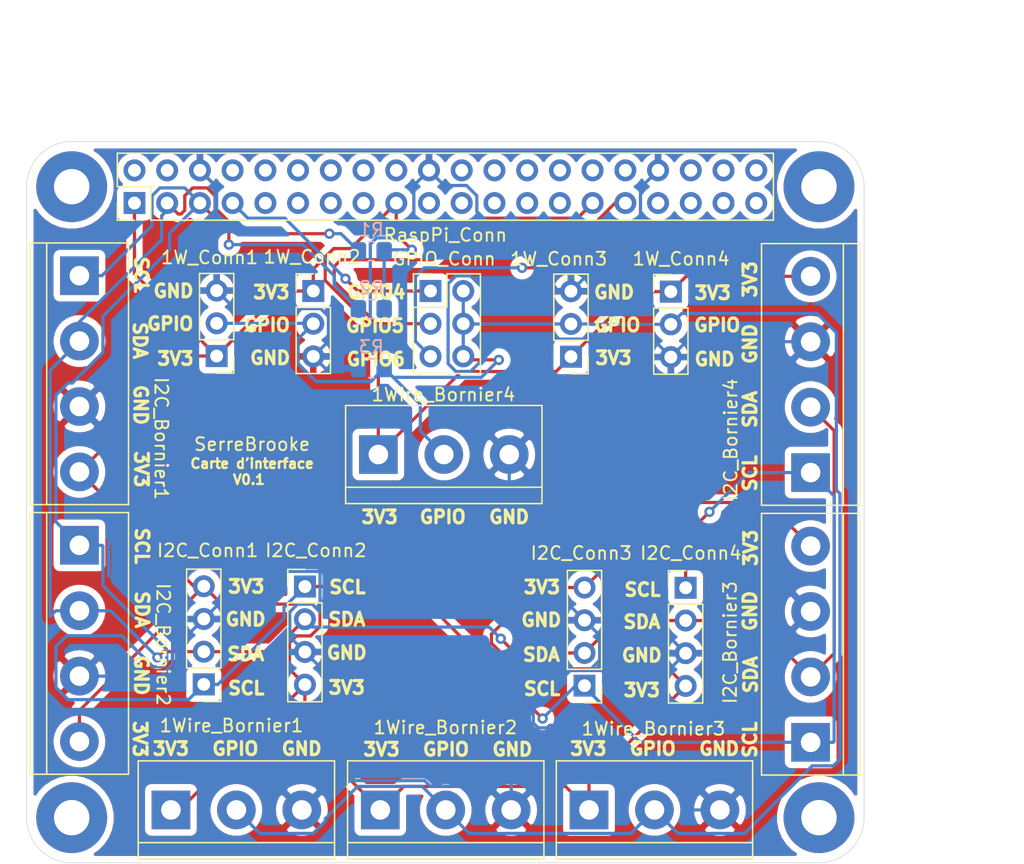
<source format=kicad_pcb>
(kicad_pcb (version 20171130) (host pcbnew "(5.1.10)-1")
  (layers (0 F.Cu signal) (31 B.Cu signal) (34 B.Paste user) (35 F.Paste user) (36 B.SilkS user) (37 F.SilkS user) (38 B.Mask user) (39 F.Mask user) (44 Edge.Cuts user))
  (net 0 "")
  (net 1 /3V3)
  (net 2 /SDA)
  (net 3 /SCL)
  (net 4 /GND)
  (net 5 /GPIO4)
  (net 6 /GPIO5)
  (net 7 /GPIO6)
  (net 8 /GPIO)
  (net 9 "Net-(J10-Pad2)")
  (net 10 "Net-(J10-Pad4)")
  (net 11 "Net-(J10-Pad8)")
  (net 12 "Net-(J10-Pad9)")
  (net 13 "Net-(J10-Pad10)")
  (net 14 "Net-(J10-Pad11)")
  (net 15 "Net-(J10-Pad12)")
  (net 16 "Net-(J10-Pad13)")
  (net 17 "Net-(J10-Pad14)")
  (net 18 "Net-(J10-Pad15)")
  (net 19 "Net-(J10-Pad16)")
  (net 20 "Net-(J10-Pad18)")
  (net 21 "Net-(J10-Pad19)")
  (net 22 "Net-(J10-Pad21)")
  (net 23 "Net-(J10-Pad22)")
  (net 24 "Net-(J10-Pad23)")
  (net 25 "Net-(J10-Pad24)")
  (net 26 "Net-(J10-Pad25)")
  (net 27 "Net-(J10-Pad26)")
  (net 28 "Net-(J10-Pad27)")
  (net 29 "Net-(J10-Pad28)")
  (net 30 "Net-(J10-Pad30)")
  (net 31 "Net-(J10-Pad32)")
  (net 32 "Net-(J10-Pad33)")
  (net 33 "Net-(J10-Pad35)")
  (net 34 "Net-(J10-Pad36)")
  (net 35 "Net-(J10-Pad37)")
  (net 36 "Net-(J10-Pad38)")
  (net 37 "Net-(J10-Pad39)")
  (net 38 "Net-(J10-Pad40)")
  (module Connector_PinHeader_2.54mm:PinHeader_1x03_P2.54mm_Vertical (layer F.Cu) (at 159.5 83.65)
    (fp_text reference 1W_Conn4 (at 0.8 -2.55) (layer F.SilkS))
    (fp_text value Conn_01x03)
    (pad 3 thru_hole oval (at 0 5.08) (size 1.7 1.7) (drill 1) (layers *.Cu *.Mask) (net 4 /GND))
    (pad 2 thru_hole oval (at 0 2.54) (size 1.7 1.7) (drill 1) (layers *.Cu *.Mask) (net 8 /GPIO))
    (pad 1 thru_hole rect (at 0 0) (size 1.7 1.7) (drill 1) (layers *.Cu *.Mask) (net 1 /3V3))
  )
  (module Connector_PinHeader_2.54mm:PinHeader_1x03_P2.54mm_Vertical (layer F.Cu) (at 151.75 88.7 180)
    (fp_text reference 1W_Conn3 (at 0.95 7.6) (layer F.SilkS))
    (fp_text value Conn_01x03)
    (pad 3 thru_hole oval (at 0 5.08 180) (size 1.7 1.7) (drill 1) (layers *.Cu *.Mask) (net 4 /GND))
    (pad 2 thru_hole oval (at 0 2.54 180) (size 1.7 1.7) (drill 1) (layers *.Cu *.Mask) (net 8 /GPIO))
    (pad 1 thru_hole rect (at 0 0 180) (size 1.7 1.7) (drill 1) (layers *.Cu *.Mask) (net 1 /3V3))
  )
  (module Connector_PinHeader_2.54mm:PinHeader_1x03_P2.54mm_Vertical (layer F.Cu) (at 131.75 83.6)
    (fp_text reference 1W_Conn2 (at -0.1 -2.65) (layer F.SilkS))
    (fp_text value Conn_01x03)
    (pad 3 thru_hole oval (at 0 5.08) (size 1.7 1.7) (drill 1) (layers *.Cu *.Mask) (net 4 /GND))
    (pad 2 thru_hole oval (at 0 2.54) (size 1.7 1.7) (drill 1) (layers *.Cu *.Mask) (net 8 /GPIO))
    (pad 1 thru_hole rect (at 0 0) (size 1.7 1.7) (drill 1) (layers *.Cu *.Mask) (net 1 /3V3))
  )
  (module Connector_PinHeader_2.54mm:PinHeader_1x03_P2.54mm_Vertical (layer F.Cu) (at 124.25 88.65 180)
    (fp_text reference 1W_Conn1 (at 0.55 7.65) (layer F.SilkS))
    (fp_text value Conn_01x03)
    (pad 3 thru_hole oval (at 0 5.08 180) (size 1.7 1.7) (drill 1) (layers *.Cu *.Mask) (net 4 /GND))
    (pad 2 thru_hole oval (at 0 2.54 180) (size 1.7 1.7) (drill 1) (layers *.Cu *.Mask) (net 8 /GPIO))
    (pad 1 thru_hole rect (at 0 0 180) (size 1.7 1.7) (drill 1) (layers *.Cu *.Mask) (net 1 /3V3))
  )
  (module TerminalBlock:TerminalBlock_bornier-3_P5.08mm (layer F.Cu) (at 136.95 123.9)
    (fp_text reference 1Wire_Bornier2 (at 5.05 -6.4) (layer F.SilkS))
    (fp_text value Screw_Terminal_01x03)
    (pad 3 thru_hole circle (at 10.16 0) (size 3 3) (drill 1.52) (layers *.Cu *.Mask) (net 4 /GND))
    (pad 2 thru_hole circle (at 5.08 0) (size 3 3) (drill 1.52) (layers *.Cu *.Mask) (net 8 /GPIO))
    (pad 1 thru_hole rect (at 0 0) (size 3 3) (drill 1.52) (layers *.Cu *.Mask) (net 1 /3V3))
  )
  (module TerminalBlock:TerminalBlock_bornier-3_P5.08mm (layer F.Cu) (at 136.8 96.3)
    (fp_text reference 1Wire_Bornier4 (at 5.05 -4.65) (layer F.SilkS))
    (fp_text value Screw_Terminal_01x03)
    (pad 3 thru_hole circle (at 10.16 0) (size 3 3) (drill 1.52) (layers *.Cu *.Mask) (net 4 /GND))
    (pad 2 thru_hole circle (at 5.08 0) (size 3 3) (drill 1.52) (layers *.Cu *.Mask) (net 8 /GPIO))
    (pad 1 thru_hole rect (at 0 0) (size 3 3) (drill 1.52) (layers *.Cu *.Mask) (net 1 /3V3))
  )
  (module TerminalBlock:TerminalBlock_bornier-3_P5.08mm (layer F.Cu) (at 153.15 123.9)
    (fp_text reference 1Wire_Bornier3 (at 5 -6.3) (layer F.SilkS))
    (fp_text value Screw_Terminal_01x03)
    (pad 3 thru_hole circle (at 10.16 0) (size 3 3) (drill 1.52) (layers *.Cu *.Mask) (net 4 /GND))
    (pad 2 thru_hole circle (at 5.08 0) (size 3 3) (drill 1.52) (layers *.Cu *.Mask) (net 8 /GPIO))
    (pad 1 thru_hole rect (at 0 0) (size 3 3) (drill 1.52) (layers *.Cu *.Mask) (net 1 /3V3))
  )
  (module TerminalBlock:TerminalBlock_bornier-3_P5.08mm (layer F.Cu) (at 120.7 123.9)
    (fp_text reference 1Wire_Bornier1 (at 4.7 -6.55) (layer F.SilkS))
    (fp_text value Screw_Terminal_01x03)
    (pad 3 thru_hole circle (at 10.16 0) (size 3 3) (drill 1.52) (layers *.Cu *.Mask) (net 4 /GND))
    (pad 2 thru_hole circle (at 5.08 0) (size 3 3) (drill 1.52) (layers *.Cu *.Mask) (net 8 /GPIO))
    (pad 1 thru_hole rect (at 0 0) (size 3 3) (drill 1.52) (layers *.Cu *.Mask) (net 1 /3V3))
  )
  (module TerminalBlock:TerminalBlock_bornier-4_P5.08mm (layer F.Cu) (at 170.35 97.7 90)
    (fp_text reference I2C_Bornier4 (at 2.55 -6.2 270) (layer F.SilkS))
    (fp_text value Screw_Terminal_01x04)
    (pad 4 thru_hole circle (at 15.24 0 90) (size 3 3) (drill 1.52) (layers *.Cu *.Mask) (net 1 /3V3))
    (pad 1 thru_hole rect (at 0 0 90) (size 3 3) (drill 1.52) (layers *.Cu *.Mask) (net 3 /SCL))
    (pad 3 thru_hole circle (at 10.16 0 90) (size 3 3) (drill 1.52) (layers *.Cu *.Mask) (net 4 /GND))
    (pad 2 thru_hole circle (at 5.08 0 90) (size 3 3) (drill 1.52) (layers *.Cu *.Mask) (net 2 /SDA))
  )
  (module TerminalBlock:TerminalBlock_bornier-4_P5.08mm (layer F.Cu) (at 170.35 118.65 90)
    (fp_text reference I2C_Bornier3 (at 7.75 -6.25 270) (layer F.SilkS))
    (fp_text value Screw_Terminal_01x04)
    (pad 4 thru_hole circle (at 15.24 0 90) (size 3 3) (drill 1.52) (layers *.Cu *.Mask) (net 1 /3V3))
    (pad 1 thru_hole rect (at 0 0 90) (size 3 3) (drill 1.52) (layers *.Cu *.Mask) (net 3 /SCL))
    (pad 3 thru_hole circle (at 10.16 0 90) (size 3 3) (drill 1.52) (layers *.Cu *.Mask) (net 4 /GND))
    (pad 2 thru_hole circle (at 5.08 0 90) (size 3 3) (drill 1.52) (layers *.Cu *.Mask) (net 2 /SDA))
  )
  (module TerminalBlock:TerminalBlock_bornier-4_P5.08mm (layer F.Cu) (at 113.6 103.35 270)
    (fp_text reference I2C_Bornier2 (at 7.7 -6.5 270 unlocked) (layer F.SilkS))
    (fp_text value Screw_Terminal_01x04)
    (pad 4 thru_hole circle (at 15.24 0 270) (size 3 3) (drill 1.52) (layers *.Cu *.Mask) (net 1 /3V3))
    (pad 1 thru_hole rect (at 0 0 270) (size 3 3) (drill 1.52) (layers *.Cu *.Mask) (net 3 /SCL))
    (pad 3 thru_hole circle (at 10.16 0 270) (size 3 3) (drill 1.52) (layers *.Cu *.Mask) (net 4 /GND))
    (pad 2 thru_hole circle (at 5.08 0 270) (size 3 3) (drill 1.52) (layers *.Cu *.Mask) (net 2 /SDA))
  )
  (module TerminalBlock:TerminalBlock_bornier-4_P5.08mm (layer F.Cu) (at 113.6 82.41 270)
    (fp_text reference I2C_Bornier1 (at 12.64 -6.35 270 unlocked) (layer F.SilkS))
    (fp_text value Screw_Terminal_01x04)
    (pad 4 thru_hole circle (at 15.24 0 270) (size 3 3) (drill 1.52) (layers *.Cu *.Mask) (net 1 /3V3))
    (pad 1 thru_hole rect (at 0 0 270) (size 3 3) (drill 1.52) (layers *.Cu *.Mask) (net 3 /SCL))
    (pad 3 thru_hole circle (at 10.16 0 270) (size 3 3) (drill 1.52) (layers *.Cu *.Mask) (net 4 /GND))
    (pad 2 thru_hole circle (at 5.08 0 270) (size 3 3) (drill 1.52) (layers *.Cu *.Mask) (net 2 /SDA))
  )
  (module Connector_PinHeader_2.54mm:PinHeader_2x20_P2.54mm_Vertical (layer F.Cu) (at 142 75.5 90)
    (fp_text reference RaspPi_Conn (at -3.75 0) (layer F.SilkS))
    (fp_text value Raspberry_Pi_2_3)
    (pad 1 thru_hole rect (at -1.27 -24.13 90) (size 1.7 1.7) (drill 1) (layers *.Cu *.Mask) (net 1 /3V3))
    (pad 2 thru_hole oval (at 1.27 -24.13 90) (size 1.7 1.7) (drill 1) (layers *.Cu *.Mask) (net 9 "Net-(J10-Pad2)"))
    (pad 3 thru_hole oval (at -1.27 -21.59 90) (size 1.7 1.7) (drill 1) (layers *.Cu *.Mask) (net 2 /SDA))
    (pad 4 thru_hole oval (at 1.27 -21.59 90) (size 1.7 1.7) (drill 1) (layers *.Cu *.Mask) (net 10 "Net-(J10-Pad4)"))
    (pad 5 thru_hole oval (at -1.27 -19.05 90) (size 1.7 1.7) (drill 1) (layers *.Cu *.Mask) (net 3 /SCL))
    (pad 6 thru_hole oval (at 1.27 -19.05 90) (size 1.7 1.7) (drill 1) (layers *.Cu *.Mask) (net 4 /GND))
    (pad 7 thru_hole oval (at -1.27 -16.51 90) (size 1.7 1.7) (drill 1) (layers *.Cu *.Mask) (net 5 /GPIO4))
    (pad 8 thru_hole oval (at 1.27 -16.51 90) (size 1.7 1.7) (drill 1) (layers *.Cu *.Mask) (net 11 "Net-(J10-Pad8)"))
    (pad 9 thru_hole oval (at -1.27 -13.97 90) (size 1.7 1.7) (drill 1) (layers *.Cu *.Mask) (net 12 "Net-(J10-Pad9)"))
    (pad 10 thru_hole oval (at 1.27 -13.97 90) (size 1.7 1.7) (drill 1) (layers *.Cu *.Mask) (net 13 "Net-(J10-Pad10)"))
    (pad 11 thru_hole oval (at -1.27 -11.43 90) (size 1.7 1.7) (drill 1) (layers *.Cu *.Mask) (net 14 "Net-(J10-Pad11)"))
    (pad 12 thru_hole oval (at 1.27 -11.43 90) (size 1.7 1.7) (drill 1) (layers *.Cu *.Mask) (net 15 "Net-(J10-Pad12)"))
    (pad 13 thru_hole oval (at -1.27 -8.89 90) (size 1.7 1.7) (drill 1) (layers *.Cu *.Mask) (net 16 "Net-(J10-Pad13)"))
    (pad 14 thru_hole oval (at 1.27 -8.89 90) (size 1.7 1.7) (drill 1) (layers *.Cu *.Mask) (net 17 "Net-(J10-Pad14)"))
    (pad 15 thru_hole oval (at -1.27 -6.35 90) (size 1.7 1.7) (drill 1) (layers *.Cu *.Mask) (net 18 "Net-(J10-Pad15)"))
    (pad 16 thru_hole oval (at 1.27 -6.35 90) (size 1.7 1.7) (drill 1) (layers *.Cu *.Mask) (net 19 "Net-(J10-Pad16)"))
    (pad 17 thru_hole oval (at -1.27 -3.81 90) (size 1.7 1.7) (drill 1) (layers *.Cu *.Mask) (net 1 /3V3))
    (pad 18 thru_hole oval (at 1.27 -3.81 90) (size 1.7 1.7) (drill 1) (layers *.Cu *.Mask) (net 20 "Net-(J10-Pad18)"))
    (pad 19 thru_hole oval (at -1.27 -1.27 90) (size 1.7 1.7) (drill 1) (layers *.Cu *.Mask) (net 21 "Net-(J10-Pad19)"))
    (pad 20 thru_hole oval (at 1.27 -1.27 90) (size 1.7 1.7) (drill 1) (layers *.Cu *.Mask) (net 4 /GND))
    (pad 21 thru_hole oval (at -1.27 1.27 90) (size 1.7 1.7) (drill 1) (layers *.Cu *.Mask) (net 22 "Net-(J10-Pad21)"))
    (pad 22 thru_hole oval (at 1.27 1.27 90) (size 1.7 1.7) (drill 1) (layers *.Cu *.Mask) (net 23 "Net-(J10-Pad22)"))
    (pad 23 thru_hole oval (at -1.27 3.81 90) (size 1.7 1.7) (drill 1) (layers *.Cu *.Mask) (net 24 "Net-(J10-Pad23)"))
    (pad 24 thru_hole oval (at 1.27 3.81 90) (size 1.7 1.7) (drill 1) (layers *.Cu *.Mask) (net 25 "Net-(J10-Pad24)"))
    (pad 25 thru_hole oval (at -1.27 6.35 90) (size 1.7 1.7) (drill 1) (layers *.Cu *.Mask) (net 26 "Net-(J10-Pad25)"))
    (pad 26 thru_hole oval (at 1.27 6.35 90) (size 1.7 1.7) (drill 1) (layers *.Cu *.Mask) (net 27 "Net-(J10-Pad26)"))
    (pad 27 thru_hole oval (at -1.27 8.89 90) (size 1.7 1.7) (drill 1) (layers *.Cu *.Mask) (net 28 "Net-(J10-Pad27)"))
    (pad 28 thru_hole oval (at 1.27 8.89 90) (size 1.7 1.7) (drill 1) (layers *.Cu *.Mask) (net 29 "Net-(J10-Pad28)"))
    (pad 29 thru_hole oval (at -1.27 11.43 90) (size 1.7 1.7) (drill 1) (layers *.Cu *.Mask) (net 6 /GPIO5))
    (pad 30 thru_hole oval (at 1.27 11.43 90) (size 1.7 1.7) (drill 1) (layers *.Cu *.Mask) (net 30 "Net-(J10-Pad30)"))
    (pad 31 thru_hole oval (at -1.27 13.97 90) (size 1.7 1.7) (drill 1) (layers *.Cu *.Mask) (net 7 /GPIO6))
    (pad 32 thru_hole oval (at 1.27 13.97 90) (size 1.7 1.7) (drill 1) (layers *.Cu *.Mask) (net 31 "Net-(J10-Pad32)"))
    (pad 33 thru_hole oval (at -1.27 16.51 90) (size 1.7 1.7) (drill 1) (layers *.Cu *.Mask) (net 32 "Net-(J10-Pad33)"))
    (pad 34 thru_hole oval (at 1.27 16.51 90) (size 1.7 1.7) (drill 1) (layers *.Cu *.Mask) (net 4 /GND))
    (pad 35 thru_hole oval (at -1.27 19.05 90) (size 1.7 1.7) (drill 1) (layers *.Cu *.Mask) (net 33 "Net-(J10-Pad35)"))
    (pad 36 thru_hole oval (at 1.27 19.05 90) (size 1.7 1.7) (drill 1) (layers *.Cu *.Mask) (net 34 "Net-(J10-Pad36)"))
    (pad 37 thru_hole oval (at -1.27 21.59 90) (size 1.7 1.7) (drill 1) (layers *.Cu *.Mask) (net 35 "Net-(J10-Pad37)"))
    (pad 38 thru_hole oval (at 1.27 21.59 90) (size 1.7 1.7) (drill 1) (layers *.Cu *.Mask) (net 36 "Net-(J10-Pad38)"))
    (pad 39 thru_hole oval (at -1.27 24.13 90) (size 1.7 1.7) (drill 1) (layers *.Cu *.Mask) (net 37 "Net-(J10-Pad39)"))
    (pad 40 thru_hole oval (at 1.27 24.13 90) (size 1.7 1.7) (drill 1) (layers *.Cu *.Mask) (net 38 "Net-(J10-Pad40)"))
  )
  (module Connector_PinHeader_2.54mm:PinHeader_2x03_P2.54mm_Vertical (layer F.Cu) (at 140.85 83.6)
    (fp_text reference GPIO_Conn (at 1.05 -2.5) (layer F.SilkS))
    (fp_text value Conn_GPIO)
    (pad 1 thru_hole rect (at 0 0) (size 1.7 1.7) (drill 1) (layers *.Cu *.Mask) (net 5 /GPIO4))
    (pad 2 thru_hole oval (at 2.54 0) (size 1.7 1.7) (drill 1) (layers *.Cu *.Mask) (net 8 /GPIO))
    (pad 3 thru_hole oval (at 0 2.54) (size 1.7 1.7) (drill 1) (layers *.Cu *.Mask) (net 6 /GPIO5))
    (pad 4 thru_hole oval (at 2.54 2.54) (size 1.7 1.7) (drill 1) (layers *.Cu *.Mask) (net 8 /GPIO))
    (pad 5 thru_hole oval (at 0 5.08) (size 1.7 1.7) (drill 1) (layers *.Cu *.Mask) (net 7 /GPIO6))
    (pad 6 thru_hole oval (at 2.54 5.08) (size 1.7 1.7) (drill 1) (layers *.Cu *.Mask) (net 8 /GPIO))
  )
  (module Connector_PinHeader_2.54mm:PinHeader_1x04_P2.54mm_Vertical (layer F.Cu) (at 123.25 114.15 180)
    (fp_text reference I2C_Conn1 (at -0.3 10.4) (layer F.SilkS))
    (fp_text value Conn_01x04)
    (pad 1 thru_hole rect (at 0 0 180) (size 1.7 1.7) (drill 1) (layers *.Cu *.Mask) (net 3 /SCL))
    (pad 2 thru_hole oval (at 0 2.54 180) (size 1.7 1.7) (drill 1) (layers *.Cu *.Mask) (net 2 /SDA))
    (pad 3 thru_hole oval (at 0 5.08 180) (size 1.7 1.7) (drill 1) (layers *.Cu *.Mask) (net 4 /GND))
    (pad 4 thru_hole oval (at 0 7.62 180) (size 1.7 1.7) (drill 1) (layers *.Cu *.Mask) (net 1 /3V3))
  )
  (module Connector_PinHeader_2.54mm:PinHeader_1x04_P2.54mm_Vertical (layer F.Cu) (at 131.1 106.55)
    (fp_text reference I2C_Conn2 (at 0.85 -2.8) (layer F.SilkS))
    (fp_text value Conn_01x04)
    (pad 1 thru_hole rect (at 0 0) (size 1.7 1.7) (drill 1) (layers *.Cu *.Mask) (net 3 /SCL))
    (pad 2 thru_hole oval (at 0 2.54) (size 1.7 1.7) (drill 1) (layers *.Cu *.Mask) (net 2 /SDA))
    (pad 3 thru_hole oval (at 0 5.08) (size 1.7 1.7) (drill 1) (layers *.Cu *.Mask) (net 4 /GND))
    (pad 4 thru_hole oval (at 0 7.62) (size 1.7 1.7) (drill 1) (layers *.Cu *.Mask) (net 1 /3V3))
  )
  (module Connector_PinHeader_2.54mm:PinHeader_1x04_P2.54mm_Vertical (layer F.Cu) (at 152.8 114.25 180)
    (fp_text reference I2C_Conn3 (at 0.25 10.3) (layer F.SilkS))
    (fp_text value Conn_01x04)
    (pad 4 thru_hole oval (at 0 7.62 180) (size 1.7 1.7) (drill 1) (layers *.Cu *.Mask) (net 1 /3V3))
    (pad 3 thru_hole oval (at 0 5.08 180) (size 1.7 1.7) (drill 1) (layers *.Cu *.Mask) (net 4 /GND))
    (pad 2 thru_hole oval (at 0 2.54 180) (size 1.7 1.7) (drill 1) (layers *.Cu *.Mask) (net 2 /SDA))
    (pad 1 thru_hole rect (at 0 0 180) (size 1.7 1.7) (drill 1) (layers *.Cu *.Mask) (net 3 /SCL))
  )
  (module Connector_PinHeader_2.54mm:PinHeader_1x04_P2.54mm_Vertical (layer F.Cu) (at 160.65 106.65)
    (fp_text reference I2C_Conn4 (at 0.4 -2.7) (layer F.SilkS))
    (fp_text value Conn_01x04)
    (pad 4 thru_hole oval (at 0 7.62) (size 1.7 1.7) (drill 1) (layers *.Cu *.Mask) (net 1 /3V3))
    (pad 3 thru_hole oval (at 0 5.08) (size 1.7 1.7) (drill 1) (layers *.Cu *.Mask) (net 4 /GND))
    (pad 2 thru_hole oval (at 0 2.54) (size 1.7 1.7) (drill 1) (layers *.Cu *.Mask) (net 2 /SDA))
    (pad 1 thru_hole rect (at 0 0) (size 1.7 1.7) (drill 1) (layers *.Cu *.Mask) (net 3 /SCL))
  )
  (module Resistor_SMD:R_0805_2012Metric_Pad1.20x1.40mm_HandSolder (layer B.Cu) (at 136.25 80.5 180)
    (fp_text reference R1 (at 0 1.65) (layer B.SilkS) (effects (justify mirror)))
    (fp_text value 4.7k)
    (pad 1 smd roundrect (at -1 0 180) (size 1.2 1.4) (layers B.Cu B.Paste B.Mask) (roundrect_rratio 0.2083325) (net 1 /3V3))
    (pad 2 smd roundrect (at 1 0 180) (size 1.2 1.4) (layers B.Cu B.Paste B.Mask) (roundrect_rratio 0.2083325) (net 2 /SDA))
  )
  (module Resistor_SMD:R_0805_2012Metric_Pad1.20x1.40mm_HandSolder (layer B.Cu) (at 136.25 85 180)
    (fp_text reference R2 (at 0 1.65) (layer B.SilkS) (effects (justify mirror)))
    (fp_text value 4.7k)
    (pad 2 smd roundrect (at 1 0 180) (size 1.2 1.4) (layers B.Cu B.Paste B.Mask) (roundrect_rratio 0.2083325) (net 3 /SCL))
    (pad 1 smd roundrect (at -1 0 180) (size 1.2 1.4) (layers B.Cu B.Paste B.Mask) (roundrect_rratio 0.2083325) (net 1 /3V3))
  )
  (module Resistor_SMD:R_0805_2012Metric_Pad1.20x1.40mm_HandSolder (layer B.Cu) (at 136.25 89.6 180)
    (fp_text reference R3 (at 0 1.65) (layer B.SilkS) (effects (justify mirror)))
    (fp_text value 4.7k)
    (pad 1 smd roundrect (at -1 0 180) (size 1.2 1.4) (layers B.Cu B.Paste B.Mask) (roundrect_rratio 0.2083325) (net 8 /GPIO))
    (pad 2 smd roundrect (at 1 0 180) (size 1.2 1.4) (layers B.Cu B.Paste B.Mask) (roundrect_rratio 0.2083325) (net 4 /GND))
  )
  (gr_text "V0.1\n" (at 126.75 98.25) (layer F.SilkS) (effects (font (size 0.75 0.75) (thickness 0.1875))))
  (gr_text "Carte d'interface" (at 127 97) (layer F.SilkS) (effects (font (size 0.75 0.75) (thickness 0.1875))))
  (gr_text SerreBrooke (at 127 95.5) (layer F.SilkS) (effects (font (size 1 1))))
  (gr_line (start 171 72) (end 113 72) (layer Edge.Cuts) (width 0.05))
  (gr_line (start 174.5 124.5) (end 174.5 75.5) (layer Edge.Cuts) (width 0.05))
  (gr_line (start 113 128) (end 171 128) (layer Edge.Cuts) (width 0.05))
  (gr_line (start 109.5 75.5) (end 109.5 124.5) (layer Edge.Cuts) (width 0.05))
  (gr_arc (start 171 124.5) (end 171 128) (angle -90) (layer Edge.Cuts) (width 0.05))
  (gr_arc (start 113 124.5) (end 109.5 124.5) (angle -90) (layer Edge.Cuts) (width 0.05))
  (gr_arc (start 113 75.5) (end 113 72) (angle -90) (layer Edge.Cuts) (width 0.05))
  (gr_arc (start 171 75.5) (end 174.5 75.5) (angle -90) (layer Edge.Cuts) (width 0.05))
  (gr_text GND (at 163.25 119.15) (layer F.SilkS) (effects (font (size 1 1) (thickness 0.25))))
  (gr_text GPIO (at 158.1 119.15) (layer F.SilkS) (effects (font (size 1 1) (thickness 0.25))))
  (gr_text "3V3\n" (at 153.1 119.15) (layer F.SilkS) (effects (font (size 1 1) (thickness 0.25))))
  (gr_text GND (at 147.2 119.2) (layer F.SilkS) (effects (font (size 1 1) (thickness 0.25))))
  (gr_text GPIO (at 142.05 119.2) (layer F.SilkS) (effects (font (size 1 1) (thickness 0.25))))
  (gr_text "3V3\n" (at 137.05 119.2) (layer F.SilkS) (effects (font (size 1 1) (thickness 0.25))))
  (gr_text SDA (at 165.65 92.8 90) (layer F.SilkS) (effects (font (size 1 1) (thickness 0.25))))
  (gr_text SCL (at 165.65 97.75 90) (layer F.SilkS) (effects (font (size 1 1) (thickness 0.25))))
  (gr_text "3V3\n" (at 165.65 82.7 90) (layer F.SilkS) (effects (font (size 1 1) (thickness 0.25))))
  (gr_text GND (at 165.65 87.7 90) (layer F.SilkS) (effects (font (size 1 1) (thickness 0.25))))
  (gr_text SDA (at 165.7 113.4 90) (layer F.SilkS) (effects (font (size 1 1) (thickness 0.25))))
  (gr_text SCL (at 165.65 118.45 90) (layer F.SilkS) (effects (font (size 1 1) (thickness 0.25))))
  (gr_text "3V3\n" (at 165.7 103.55 90) (layer F.SilkS) (effects (font (size 1 1) (thickness 0.25))))
  (gr_text GND (at 165.65 108.45 90) (layer F.SilkS) (effects (font (size 1 1) (thickness 0.25))))
  (gr_text SDA (at 118.3 87.45 270) (layer F.SilkS) (effects (font (size 1 1) (thickness 0.25))))
  (gr_text SCL (at 118.4 82.35 270) (layer F.SilkS) (effects (font (size 1 1) (thickness 0.25))))
  (gr_text "3V3\n" (at 118.4 97.45 270) (layer F.SilkS) (effects (font (size 1 1) (thickness 0.25))))
  (gr_text GND (at 118.35 92.45 270) (layer F.SilkS) (effects (font (size 1 1) (thickness 0.25))))
  (gr_text GND (at 146.95 101.15) (layer F.SilkS) (effects (font (size 1 1) (thickness 0.25))))
  (gr_text GPIO (at 141.8 101.15) (layer F.SilkS) (effects (font (size 1 1) (thickness 0.25))))
  (gr_text "3V3\n" (at 136.9 101.15) (layer F.SilkS) (effects (font (size 1 1) (thickness 0.25))))
  (gr_text SCL (at 118.45 103.4 270) (layer F.SilkS) (effects (font (size 1 1) (thickness 0.25))))
  (gr_text GND (at 118.4 113.45 270) (layer F.SilkS) (effects (font (size 1 1) (thickness 0.25))))
  (gr_text "3V3\n" (at 118.3 118.4 270) (layer F.SilkS) (effects (font (size 1 1) (thickness 0.25))))
  (gr_text SDA (at 118.45 108.35 270) (layer F.SilkS) (effects (font (size 1 1) (thickness 0.25))))
  (gr_text "3V3\n" (at 120.7 119.15) (layer F.SilkS) (effects (font (size 1 1) (thickness 0.25))))
  (gr_text GND (at 130.85 119.15) (layer F.SilkS) (effects (font (size 1 1) (thickness 0.25))))
  (gr_text GPIO (at 125.7 119.15) (layer F.SilkS) (effects (font (size 1 1) (thickness 0.25))))
  (gr_text GND (at 162.9 88.9) (layer F.SilkS) (effects (font (size 1 1) (thickness 0.25))))
  (gr_text "3V3\n" (at 162.75 83.75) (layer F.SilkS) (effects (font (size 1 1) (thickness 0.25))))
  (gr_text GPIO (at 163.1 86.25) (layer F.SilkS) (effects (font (size 1 1) (thickness 0.25))))
  (gr_text "3V3\n" (at 155.05 88.8) (layer F.SilkS) (effects (font (size 1 1) (thickness 0.25))))
  (gr_text GND (at 155.1 83.7) (layer F.SilkS) (effects (font (size 1 1) (thickness 0.25))))
  (gr_text GPIO (at 155.35 86.25) (layer F.SilkS) (effects (font (size 1 1) (thickness 0.25))))
  (gr_text "3V3\n" (at 128.5 83.7) (layer F.SilkS) (effects (font (size 1 1) (thickness 0.25))))
  (gr_text GPIO (at 128.15 86.25) (layer F.SilkS) (effects (font (size 1 1) (thickness 0.25))))
  (gr_text GND (at 128.4 88.8) (layer F.SilkS) (effects (font (size 1 1) (thickness 0.25))))
  (gr_text GPIO (at 120.65 86.15) (layer F.SilkS) (effects (font (size 1 1) (thickness 0.25))))
  (gr_text "3V3\n" (at 121.05 88.85) (layer F.SilkS) (effects (font (size 1 1) (thickness 0.25))))
  (gr_text GND (at 120.9 83.6) (layer F.SilkS) (effects (font (size 1 1) (thickness 0.25))))
  (gr_text GND (at 157.25 111.9) (layer F.SilkS) (effects (font (size 1 1) (thickness 0.25))))
  (gr_text SDA (at 157.25 109.3) (layer F.SilkS) (effects (font (size 1 1) (thickness 0.25))))
  (gr_text SCL (at 157.3 106.8) (layer F.SilkS) (effects (font (size 1 1) (thickness 0.25))))
  (gr_text "3V3\n" (at 157.25 114.6) (layer F.SilkS) (effects (font (size 1 1) (thickness 0.25))))
  (gr_text SDA (at 134.35 109.1) (layer F.SilkS) (effects (font (size 1 1) (thickness 0.25))))
  (gr_text SCL (at 134.4 106.6) (layer F.SilkS) (effects (font (size 1 1) (thickness 0.25))))
  (gr_text "3V3\n" (at 134.35 114.4) (layer F.SilkS) (effects (font (size 1 1) (thickness 0.25))))
  (gr_text GND (at 134.35 111.7) (layer F.SilkS) (effects (font (size 1 1) (thickness 0.25))))
  (gr_text SDA (at 149.45 111.85) (layer F.SilkS) (effects (font (size 1 1) (thickness 0.25))))
  (gr_text SCL (at 149.5 114.5) (layer F.SilkS) (effects (font (size 1 1) (thickness 0.25))))
  (gr_text "3V3\n" (at 149.5 106.6) (layer F.SilkS) (effects (font (size 1 1) (thickness 0.25))))
  (gr_text GND (at 149.45 109.15) (layer F.SilkS) (effects (font (size 1 1) (thickness 0.25))))
  (gr_text SCL (at 126.55 114.45) (layer F.SilkS) (effects (font (size 1 1) (thickness 0.25))))
  (gr_text SDA (at 126.5 111.8) (layer F.SilkS) (effects (font (size 1 1) (thickness 0.25))))
  (gr_text GND (at 126.5 109.1) (layer F.SilkS) (effects (font (size 1 1) (thickness 0.25))))
  (gr_text "3V3\n" (at 126.55 106.55) (layer F.SilkS) (effects (font (size 1 1) (thickness 0.25))))
  (gr_text GPIO6 (at 136.6 88.9) (layer F.SilkS) (effects (font (size 1 1) (thickness 0.25))))
  (gr_text GPIO5 (at 136.55 86.3) (layer F.SilkS) (effects (font (size 1 1) (thickness 0.25))))
  (gr_text GPIO4 (at 136.65 83.7) (layer F.SilkS) (effects (font (size 1 1) (thickness 0.25))))
  (via (at 113 75.5) (size 5.5) (drill 2.75) (layers F.Cu B.Cu) (net 0))
  (via (at 171 75.5) (size 5.5) (drill 2.75) (layers F.Cu B.Cu) (net 0))
  (via (at 171 124.5) (size 5.5) (drill 2.75) (layers F.Cu B.Cu) (net 0))
  (segment (start 160.69 82.46) (end 159.5 83.65) (width 0.25) (layer F.Cu) (net 1))
  (segment (start 170.35 82.46) (end 160.69 82.46) (width 0.25) (layer F.Cu) (net 1))
  (segment (start 156.8 83.65) (end 151.75 88.7) (width 0.25) (layer F.Cu) (net 1))
  (segment (start 159.5 83.65) (end 156.8 83.65) (width 0.25) (layer F.Cu) (net 1))
  (segment (start 143.244999 89.855001) (end 136.8 96.3) (width 0.25) (layer F.Cu) (net 1))
  (segment (start 150.594999 89.855001) (end 143.244999 89.855001) (width 0.25) (layer F.Cu) (net 1))
  (segment (start 151.75 88.7) (end 150.594999 89.855001) (width 0.25) (layer F.Cu) (net 1))
  (segment (start 129.3 83.6) (end 124.25 88.65) (width 0.25) (layer F.Cu) (net 1))
  (segment (start 131.75 83.6) (end 129.3 83.6) (width 0.25) (layer F.Cu) (net 1))
  (segment (start 117.87 82.27) (end 117.87 76.77) (width 0.25) (layer F.Cu) (net 1))
  (segment (start 124.25 88.65) (end 117.87 82.27) (width 0.25) (layer F.Cu) (net 1))
  (segment (start 122.6 88.65) (end 113.6 97.65) (width 0.25) (layer F.Cu) (net 1))
  (segment (start 124.25 88.65) (end 122.6 88.65) (width 0.25) (layer F.Cu) (net 1))
  (segment (start 122.48 106.53) (end 123.25 106.53) (width 0.25) (layer F.Cu) (net 1))
  (segment (start 113.6 97.65) (end 122.48 106.53) (width 0.25) (layer F.Cu) (net 1))
  (segment (start 121.37 123.9) (end 131.1 114.17) (width 0.25) (layer F.Cu) (net 1))
  (segment (start 120.7 123.9) (end 121.37 123.9) (width 0.25) (layer F.Cu) (net 1))
  (segment (start 131.1 118.05) (end 136.95 123.9) (width 0.25) (layer F.Cu) (net 1))
  (segment (start 131.1 114.17) (end 131.1 118.05) (width 0.25) (layer F.Cu) (net 1))
  (segment (start 151.324999 122.074999) (end 153.15 123.9) (width 0.25) (layer F.Cu) (net 1))
  (segment (start 138.775001 122.074999) (end 151.324999 122.074999) (width 0.25) (layer F.Cu) (net 1))
  (segment (start 136.95 123.9) (end 138.775001 122.074999) (width 0.25) (layer F.Cu) (net 1))
  (segment (start 153.15 121.77) (end 160.65 114.27) (width 0.25) (layer F.Cu) (net 1))
  (segment (start 153.15 123.9) (end 153.15 121.77) (width 0.25) (layer F.Cu) (net 1))
  (via (at 139.4 80.4) (size 0.8) (drill 0.4) (layers F.Cu B.Cu) (net 1))
  (segment (start 138.19 79.19) (end 139.4 80.4) (width 0.25) (layer F.Cu) (net 1))
  (segment (start 138.19 76.77) (end 138.19 79.19) (width 0.25) (layer F.Cu) (net 1))
  (segment (start 137.35 80.4) (end 137.25 80.5) (width 0.25) (layer B.Cu) (net 1))
  (segment (start 139.4 80.4) (end 137.35 80.4) (width 0.25) (layer B.Cu) (net 1))
  (segment (start 152.8 106.63) (end 159.405002 100.024998) (width 0.25) (layer F.Cu) (net 1))
  (segment (start 159.405002 100.024998) (end 166.964998 100.024998) (width 0.25) (layer F.Cu) (net 1))
  (segment (start 166.964998 100.024998) (end 168.850001 101.910001) (width 0.25) (layer F.Cu) (net 1))
  (segment (start 168.850001 101.910001) (end 170.35 103.41) (width 0.25) (layer F.Cu) (net 1))
  (segment (start 151.597919 106.63) (end 152.8 106.63) (width 0.25) (layer F.Cu) (net 1))
  (segment (start 149.196996 106.63) (end 151.597919 106.63) (width 0.25) (layer F.Cu) (net 1))
  (segment (start 160.65 114.27) (end 159.330009 112.950009) (width 0.25) (layer F.Cu) (net 1))
  (segment (start 159.330009 112.950009) (end 147.577005 112.950009) (width 0.25) (layer F.Cu) (net 1))
  (segment (start 145.574998 110.948002) (end 145.574998 110.251998) (width 0.25) (layer F.Cu) (net 1))
  (segment (start 147.577005 112.950009) (end 145.574998 110.948002) (width 0.25) (layer F.Cu) (net 1))
  (segment (start 145.574998 110.251998) (end 149.196996 106.63) (width 0.25) (layer F.Cu) (net 1))
  (segment (start 133.334688 80.305897) (end 133.384688 80.305897) (width 0.25) (layer F.Cu) (net 1))
  (segment (start 137.25 80.5) (end 137.25 84.3) (width 0.25) (layer B.Cu) (net 1))
  (segment (start 136.8 96.3) (end 136.8 86.909415) (width 0.25) (layer F.Cu) (net 1))
  (segment (start 136.8 86.909415) (end 132.674987 82.784402) (width 0.25) (layer F.Cu) (net 1))
  (segment (start 132.674987 82.784402) (end 132.674987 80.965598) (width 0.25) (layer F.Cu) (net 1))
  (segment (start 132.674987 80.965598) (end 133.334688 80.305897) (width 0.25) (layer F.Cu) (net 1))
  (segment (start 134.654103 80.305897) (end 138.19 76.77) (width 0.25) (layer F.Cu) (net 1))
  (segment (start 137.25 84.3) (end 137.25 85) (width 0.25) (layer B.Cu) (net 1))
  (segment (start 131.75 81.890585) (end 131.75 83.6) (width 0.25) (layer F.Cu) (net 1))
  (segment (start 133.434688 80.305897) (end 133.384688 80.305897) (width 0.25) (layer F.Cu) (net 1))
  (segment (start 133.494207 80.305897) (end 134.654103 80.305897) (width 0.25) (layer F.Cu) (net 1))
  (segment (start 133.334688 80.305897) (end 131.75 81.890585) (width 0.25) (layer F.Cu) (net 1))
  (segment (start 133.434688 80.305897) (end 133.494207 80.305897) (width 0.25) (layer F.Cu) (net 1))
  (segment (start 123.25 106.53) (end 113.6 116.18) (width 0.25) (layer F.Cu) (net 1))
  (segment (start 113.6 116.18) (end 113.6 118.59) (width 0.25) (layer F.Cu) (net 1))
  (segment (start 123.25 106.53) (end 124.634999 107.914999) (width 0.25) (layer F.Cu) (net 1))
  (segment (start 124.634999 107.914999) (end 131.664001 107.914999) (width 0.25) (layer F.Cu) (net 1))
  (segment (start 131.664001 107.914999) (end 132.275001 108.525999) (width 0.25) (layer F.Cu) (net 1))
  (segment (start 132.275001 108.525999) (end 132.275001 109.654001) (width 0.25) (layer F.Cu) (net 1))
  (segment (start 129.900009 110.926401) (end 129.900009 112.970009) (width 0.25) (layer F.Cu) (net 1))
  (segment (start 132.275001 109.654001) (end 131.542601 110.386401) (width 0.25) (layer F.Cu) (net 1))
  (segment (start 131.542601 110.386401) (end 130.440009 110.386401) (width 0.25) (layer F.Cu) (net 1))
  (segment (start 129.900009 112.970009) (end 131.1 114.17) (width 0.25) (layer F.Cu) (net 1))
  (segment (start 130.440009 110.386401) (end 129.900009 110.926401) (width 0.25) (layer F.Cu) (net 1))
  (via (at 113 124.5) (size 5.5) (drill 2.75) (layers F.Cu B.Cu) (net 0))
  (segment (start 155.32 109.19) (end 152.8 111.71) (width 0.25) (layer F.Cu) (net 2))
  (segment (start 160.65 109.19) (end 155.32 109.19) (width 0.25) (layer F.Cu) (net 2))
  (segment (start 165.97 109.19) (end 170.35 113.57) (width 0.25) (layer F.Cu) (net 2))
  (segment (start 160.65 109.19) (end 165.97 109.19) (width 0.25) (layer F.Cu) (net 2))
  (segment (start 172.175001 111.744999) (end 170.35 113.57) (width 0.25) (layer F.Cu) (net 2))
  (segment (start 172.175001 94.445001) (end 172.175001 111.744999) (width 0.25) (layer F.Cu) (net 2))
  (segment (start 170.35 92.62) (end 172.175001 94.445001) (width 0.25) (layer F.Cu) (net 2))
  (via (at 146.3 110.6) (size 0.8) (drill 0.4) (layers F.Cu B.Cu) (net 2))
  (segment (start 147.41 111.71) (end 146.3 110.6) (width 0.25) (layer F.Cu) (net 2))
  (segment (start 152.8 111.71) (end 147.41 111.71) (width 0.25) (layer F.Cu) (net 2))
  (segment (start 146.3 110.6) (end 145.4 109.7) (width 0.25) (layer B.Cu) (net 2))
  (segment (start 131.71 109.7) (end 131.1 109.09) (width 0.25) (layer B.Cu) (net 2))
  (segment (start 145.4 109.7) (end 131.71 109.7) (width 0.25) (layer B.Cu) (net 2))
  (segment (start 111.324988 89.765012) (end 111.324988 108.874988) (width 0.25) (layer B.Cu) (net 2))
  (segment (start 113.6 87.49) (end 111.324988 89.765012) (width 0.25) (layer B.Cu) (net 2))
  (segment (start 111.769976 108.43) (end 113.6 108.43) (width 0.25) (layer B.Cu) (net 2))
  (segment (start 111.324988 108.874988) (end 111.769976 108.43) (width 0.25) (layer B.Cu) (net 2))
  (segment (start 124.125001 77.144003) (end 126.130998 79.15) (width 0.25) (layer F.Cu) (net 2))
  (segment (start 124.125001 76.205999) (end 124.125001 77.144003) (width 0.25) (layer F.Cu) (net 2))
  (segment (start 122.385999 75.594999) (end 123.514001 75.594999) (width 0.25) (layer F.Cu) (net 2))
  (via (at 133 79.15) (size 0.8) (drill 0.4) (layers F.Cu B.Cu) (net 2))
  (segment (start 126.130998 79.15) (end 133 79.15) (width 0.25) (layer F.Cu) (net 2))
  (segment (start 121.774999 76.205999) (end 122.385999 75.594999) (width 0.25) (layer F.Cu) (net 2))
  (segment (start 121.774999 77.334001) (end 121.774999 76.205999) (width 0.25) (layer F.Cu) (net 2))
  (segment (start 123.514001 75.594999) (end 124.125001 76.205999) (width 0.25) (layer F.Cu) (net 2))
  (segment (start 121.259999 77.619999) (end 121.489001 77.619999) (width 0.25) (layer F.Cu) (net 2))
  (segment (start 121.489001 77.619999) (end 121.774999 77.334001) (width 0.25) (layer F.Cu) (net 2))
  (segment (start 120.41 76.77) (end 121.259999 77.619999) (width 0.25) (layer F.Cu) (net 2))
  (segment (start 133.9 79.15) (end 135.25 80.5) (width 0.25) (layer B.Cu) (net 2))
  (segment (start 133 79.15) (end 133.9 79.15) (width 0.25) (layer B.Cu) (net 2))
  (segment (start 119.981403 79.613599) (end 119.981403 77.7586) (width 0.25) (layer B.Cu) (net 2))
  (segment (start 113.6 87.49) (end 113.6 85.995002) (width 0.25) (layer B.Cu) (net 2))
  (segment (start 119.981403 77.7586) (end 120.41 77.330003) (width 0.25) (layer B.Cu) (net 2))
  (segment (start 120.41 77.330003) (end 120.41 76.77) (width 0.25) (layer B.Cu) (net 2))
  (segment (start 113.6 85.995002) (end 119.981403 79.613599) (width 0.25) (layer B.Cu) (net 2))
  (segment (start 116.03 108.43) (end 119.65 112.05) (width 0.25) (layer B.Cu) (net 2))
  (segment (start 113.6 108.43) (end 116.03 108.43) (width 0.25) (layer B.Cu) (net 2))
  (via (at 119.65 112.05) (size 0.8) (drill 0.4) (layers F.Cu B.Cu) (net 2))
  (segment (start 120.09 111.61) (end 123.25 111.61) (width 0.25) (layer F.Cu) (net 2))
  (segment (start 119.65 112.05) (end 120.09 111.61) (width 0.25) (layer F.Cu) (net 2))
  (segment (start 128.58 111.61) (end 131.1 109.09) (width 0.25) (layer F.Cu) (net 2))
  (segment (start 123.25 111.61) (end 128.58 111.61) (width 0.25) (layer F.Cu) (net 2))
  (via (at 125.2 80) (size 0.8) (drill 0.4) (layers F.Cu B.Cu) (net 3))
  (segment (start 125.2 79.02) (end 122.95 76.77) (width 0.25) (layer F.Cu) (net 3))
  (segment (start 125.2 80) (end 125.2 79.02) (width 0.25) (layer F.Cu) (net 3))
  (segment (start 160.65 102.6) (end 162.5 100.75) (width 0.25) (layer F.Cu) (net 3))
  (via (at 162.5 100.75) (size 0.8) (drill 0.4) (layers F.Cu B.Cu) (net 3))
  (segment (start 160.65 106.65) (end 160.65 102.6) (width 0.25) (layer F.Cu) (net 3))
  (segment (start 165.55 97.7) (end 170.35 97.7) (width 0.25) (layer B.Cu) (net 3))
  (segment (start 162.5 100.75) (end 165.55 97.7) (width 0.25) (layer B.Cu) (net 3))
  (segment (start 172.175001 99.525001) (end 170.35 97.7) (width 0.25) (layer B.Cu) (net 3))
  (segment (start 170.35 118.65) (end 172.1 118.65) (width 0.25) (layer B.Cu) (net 3))
  (segment (start 172.1 118.65) (end 172.175001 118.574999) (width 0.25) (layer B.Cu) (net 3))
  (segment (start 172.175001 118.574999) (end 172.175001 99.525001) (width 0.25) (layer B.Cu) (net 3))
  (segment (start 170.35 118.65) (end 157.1 118.65) (width 0.25) (layer B.Cu) (net 3))
  (segment (start 152.8 114.35) (end 152.8 114.25) (width 0.25) (layer B.Cu) (net 3))
  (segment (start 157.1 118.65) (end 152.8 114.35) (width 0.25) (layer B.Cu) (net 3))
  (via (at 149.55 116.8) (size 0.8) (drill 0.4) (layers F.Cu B.Cu) (net 3))
  (segment (start 152.8 114.25) (end 152.1 114.25) (width 0.25) (layer B.Cu) (net 3))
  (segment (start 152.1 114.25) (end 149.55 116.8) (width 0.25) (layer B.Cu) (net 3))
  (segment (start 139.3 106.55) (end 131.1 106.55) (width 0.25) (layer F.Cu) (net 3))
  (segment (start 149.55 116.8) (end 139.3 106.55) (width 0.25) (layer F.Cu) (net 3))
  (segment (start 129.474988 108.175012) (end 131.1 106.55) (width 0.25) (layer B.Cu) (net 3))
  (segment (start 129.474988 109.025012) (end 129.474988 108.175012) (width 0.25) (layer B.Cu) (net 3))
  (segment (start 124.35 114.15) (end 129.474988 109.025012) (width 0.25) (layer B.Cu) (net 3))
  (segment (start 123.25 114.15) (end 124.35 114.15) (width 0.25) (layer B.Cu) (net 3))
  (segment (start 130.95 80) (end 125.2 80) (width 0.25) (layer B.Cu) (net 3))
  (segment (start 133.374999 83.124999) (end 133.374999 82.424999) (width 0.25) (layer B.Cu) (net 3))
  (segment (start 133.374999 82.424999) (end 130.95 80) (width 0.25) (layer B.Cu) (net 3))
  (segment (start 135.25 85) (end 133.374999 83.124999) (width 0.25) (layer B.Cu) (net 3))
  (segment (start 112.723999 90.744999) (end 111.774999 91.693999) (width 0.25) (layer B.Cu) (net 3))
  (segment (start 111.774999 91.693999) (end 111.774999 101.524999) (width 0.25) (layer B.Cu) (net 3))
  (segment (start 121.774999 75.594999) (end 122.95 76.77) (width 0.25) (layer B.Cu) (net 3))
  (segment (start 113.6 82.41) (end 115.35 82.41) (width 0.25) (layer B.Cu) (net 3))
  (segment (start 113.046003 90.744999) (end 112.723999 90.744999) (width 0.25) (layer B.Cu) (net 3))
  (segment (start 119.845999 75.594999) (end 121.774999 75.594999) (width 0.25) (layer B.Cu) (net 3))
  (segment (start 119.234999 76.205999) (end 119.845999 75.594999) (width 0.25) (layer B.Cu) (net 3))
  (segment (start 115.35 82.41) (end 119.234999 78.525001) (width 0.25) (layer B.Cu) (net 3))
  (segment (start 119.234999 78.525001) (end 119.234999 76.205999) (width 0.25) (layer B.Cu) (net 3))
  (segment (start 120.600011 80.386399) (end 115.425001 85.561409) (width 0.25) (layer B.Cu) (net 3))
  (segment (start 115.425001 85.561409) (end 115.425001 88.366001) (width 0.25) (layer B.Cu) (net 3))
  (segment (start 115.425001 88.366001) (end 113.046003 90.744999) (width 0.25) (layer B.Cu) (net 3))
  (segment (start 111.774999 101.524999) (end 113.6 103.35) (width 0.25) (layer B.Cu) (net 3))
  (segment (start 112.723999 115.335001) (end 122.064999 115.335001) (width 0.25) (layer B.Cu) (net 3))
  (segment (start 111.774999 111.204001) (end 111.774999 114.386001) (width 0.25) (layer B.Cu) (net 3))
  (segment (start 112.603998 110.375002) (end 111.774999 111.204001) (width 0.25) (layer B.Cu) (net 3))
  (segment (start 115.35 103.35) (end 115.425001 103.425001) (width 0.25) (layer B.Cu) (net 3))
  (segment (start 119.998002 112.775002) (end 119.301998 112.775002) (width 0.25) (layer B.Cu) (net 3))
  (segment (start 122.064999 115.335001) (end 123.25 114.15) (width 0.25) (layer B.Cu) (net 3))
  (segment (start 115.425001 103.425001) (end 115.425001 106.501997) (width 0.25) (layer B.Cu) (net 3))
  (segment (start 115.425001 106.501997) (end 120.375002 111.451998) (width 0.25) (layer B.Cu) (net 3))
  (segment (start 111.774999 114.386001) (end 112.723999 115.335001) (width 0.25) (layer B.Cu) (net 3))
  (segment (start 116.901998 110.375002) (end 112.603998 110.375002) (width 0.25) (layer B.Cu) (net 3))
  (segment (start 119.301998 112.775002) (end 116.901998 110.375002) (width 0.25) (layer B.Cu) (net 3))
  (segment (start 120.375002 111.451998) (end 120.375002 112.398002) (width 0.25) (layer B.Cu) (net 3))
  (segment (start 120.375002 112.398002) (end 119.998002 112.775002) (width 0.25) (layer B.Cu) (net 3))
  (segment (start 113.6 103.35) (end 115.35 103.35) (width 0.25) (layer B.Cu) (net 3))
  (segment (start 120.600011 79.119989) (end 122.95 76.77) (width 0.25) (layer B.Cu) (net 3))
  (segment (start 120.600011 80.386399) (end 120.600011 79.119989) (width 0.25) (layer B.Cu) (net 3))
  (segment (start 160.69 87.54) (end 159.5 88.73) (width 0.25) (layer B.Cu) (net 4))
  (segment (start 170.35 87.54) (end 160.69 87.54) (width 0.25) (layer B.Cu) (net 4))
  (segment (start 157.145001 75.594999) (end 158.51 74.23) (width 0.25) (layer B.Cu) (net 4))
  (segment (start 157.145001 78.224999) (end 157.145001 75.594999) (width 0.25) (layer B.Cu) (net 4))
  (segment (start 151.75 83.62) (end 157.145001 78.224999) (width 0.25) (layer B.Cu) (net 4))
  (segment (start 132.67 89.6) (end 131.75 88.68) (width 0.25) (layer B.Cu) (net 4))
  (segment (start 135.25 89.6) (end 132.67 89.6) (width 0.25) (layer B.Cu) (net 4))
  (segment (start 124.25 75.53) (end 122.95 74.23) (width 0.25) (layer B.Cu) (net 4))
  (segment (start 124.25 83.57) (end 124.25 75.53) (width 0.25) (layer B.Cu) (net 4))
  (segment (start 153.975001 110.345001) (end 152.8 109.17) (width 0.25) (layer B.Cu) (net 4))
  (segment (start 153.975001 112.274001) (end 153.975001 110.345001) (width 0.25) (layer B.Cu) (net 4))
  (segment (start 153.174003 113.074999) (end 153.975001 112.274001) (width 0.25) (layer B.Cu) (net 4))
  (segment (start 151.689999 113.074999) (end 153.174003 113.074999) (width 0.25) (layer B.Cu) (net 4))
  (segment (start 147.11 117.654998) (end 151.689999 113.074999) (width 0.25) (layer B.Cu) (net 4))
  (segment (start 147.11 123.9) (end 147.11 117.654998) (width 0.25) (layer B.Cu) (net 4))
  (segment (start 158.09 109.17) (end 160.65 111.73) (width 0.25) (layer B.Cu) (net 4))
  (segment (start 152.8 109.17) (end 158.09 109.17) (width 0.25) (layer B.Cu) (net 4))
  (segment (start 167.11 111.73) (end 170.35 108.49) (width 0.25) (layer B.Cu) (net 4))
  (segment (start 160.65 111.73) (end 167.11 111.73) (width 0.25) (layer B.Cu) (net 4))
  (segment (start 146.96 103.33) (end 146.96 96.3) (width 0.25) (layer B.Cu) (net 4))
  (segment (start 152.8 109.17) (end 146.96 103.33) (width 0.25) (layer B.Cu) (net 4))
  (segment (start 145.610001 122.400001) (end 147.11 123.9) (width 0.25) (layer B.Cu) (net 4))
  (segment (start 140.391399 121.624988) (end 140.820001 122.053591) (width 0.25) (layer B.Cu) (net 4))
  (segment (start 136.250009 118.509991) (end 130.86 123.9) (width 0.25) (layer B.Cu) (net 4))
  (segment (start 145.263591 122.053591) (end 145.610001 122.400001) (width 0.25) (layer B.Cu) (net 4))
  (segment (start 133.135012 121.624988) (end 140.391399 121.624988) (width 0.25) (layer B.Cu) (net 4))
  (segment (start 140.820001 122.053591) (end 145.263591 122.053591) (width 0.25) (layer B.Cu) (net 4))
  (segment (start 130.86 123.9) (end 133.135012 121.624988) (width 0.25) (layer B.Cu) (net 4))
  (segment (start 131.1 111.63) (end 136.250009 116.780009) (width 0.25) (layer B.Cu) (net 4))
  (segment (start 136.250009 116.780009) (end 136.250009 118.509991) (width 0.25) (layer B.Cu) (net 4))
  (segment (start 150.547919 83.62) (end 151.75 83.62) (width 0.25) (layer B.Cu) (net 4))
  (segment (start 159.5 88.73) (end 158.105001 87.335001) (width 0.25) (layer B.Cu) (net 4))
  (segment (start 158.105001 87.335001) (end 146.474001 87.335001) (width 0.25) (layer B.Cu) (net 4))
  (segment (start 143.954001 89.855001) (end 142.825999 89.855001) (width 0.25) (layer B.Cu) (net 4))
  (segment (start 146.474001 87.335001) (end 143.954001 89.855001) (width 0.25) (layer B.Cu) (net 4))
  (segment (start 142.825999 89.855001) (end 142.214999 89.244001) (width 0.25) (layer B.Cu) (net 4))
  (segment (start 142.214999 89.244001) (end 142.214999 83.035999) (width 0.25) (layer B.Cu) (net 4))
  (segment (start 142.214999 83.035999) (end 142.825999 82.424999) (width 0.25) (layer B.Cu) (net 4))
  (segment (start 142.825999 82.424999) (end 143.954001 82.424999) (width 0.25) (layer B.Cu) (net 4))
  (segment (start 143.954001 82.424999) (end 146.494001 84.964999) (width 0.25) (layer B.Cu) (net 4))
  (segment (start 146.494001 84.964999) (end 149.20292 84.964999) (width 0.25) (layer B.Cu) (net 4))
  (segment (start 149.20292 84.964999) (end 150.547919 83.62) (width 0.25) (layer B.Cu) (net 4))
  (segment (start 131.75 88.68) (end 132.925001 87.504999) (width 0.25) (layer B.Cu) (net 4))
  (segment (start 132.925001 87.504999) (end 132.925001 85.575999) (width 0.25) (layer B.Cu) (net 4))
  (segment (start 132.925001 85.575999) (end 132.314001 84.964999) (width 0.25) (layer B.Cu) (net 4))
  (segment (start 132.314001 84.964999) (end 125.644999 84.964999) (width 0.25) (layer B.Cu) (net 4))
  (segment (start 125.644999 84.964999) (end 124.25 83.57) (width 0.25) (layer B.Cu) (net 4))
  (segment (start 122.95 74.23) (end 124.125001 75.405001) (width 0.25) (layer B.Cu) (net 4))
  (segment (start 115.099999 91.070001) (end 113.6 92.57) (width 0.25) (layer B.Cu) (net 4))
  (segment (start 124.125001 75.405001) (end 124.125001 77.334001) (width 0.25) (layer B.Cu) (net 4))
  (segment (start 124.125001 77.334001) (end 121.800011 79.658991) (width 0.25) (layer B.Cu) (net 4))
  (segment (start 121.800011 79.658991) (end 121.800011 84.369989) (width 0.25) (layer B.Cu) (net 4))
  (segment (start 121.800011 84.369989) (end 115.099999 91.070001) (width 0.25) (layer B.Cu) (net 4))
  (segment (start 160.65 111.73) (end 159.305001 113.074999) (width 0.25) (layer B.Cu) (net 4))
  (segment (start 159.305001 113.074999) (end 151.689999 113.074999) (width 0.25) (layer B.Cu) (net 4))
  (segment (start 151.689999 113.074999) (end 148.824998 115.94) (width 0.25) (layer B.Cu) (net 4))
  (segment (start 148.824998 115.94) (end 148.824998 117.148002) (width 0.25) (layer B.Cu) (net 4))
  (segment (start 148.824998 117.148002) (end 149.201998 117.525002) (width 0.25) (layer B.Cu) (net 4))
  (segment (start 149.201998 117.525002) (end 149.898002 117.525002) (width 0.25) (layer B.Cu) (net 4))
  (segment (start 149.898002 117.525002) (end 150.098002 117.325002) (width 0.25) (layer B.Cu) (net 4))
  (segment (start 150.098002 117.325002) (end 154.613682 117.325002) (width 0.25) (layer B.Cu) (net 4))
  (segment (start 154.613682 117.325002) (end 161.18868 123.9) (width 0.25) (layer B.Cu) (net 4))
  (segment (start 161.18868 123.9) (end 163.31 123.9) (width 0.25) (layer B.Cu) (net 4))
  (segment (start 132.275001 108.525999) (end 131.664001 107.914999) (width 0.25) (layer B.Cu) (net 4))
  (segment (start 126.945001 105.374999) (end 132.210001 105.374999) (width 0.25) (layer B.Cu) (net 4))
  (segment (start 129.924999 110.454999) (end 131.1 111.63) (width 0.25) (layer B.Cu) (net 4))
  (segment (start 130.535999 107.914999) (end 129.924999 108.525999) (width 0.25) (layer B.Cu) (net 4))
  (segment (start 132.210001 105.374999) (end 132.275001 105.439999) (width 0.25) (layer B.Cu) (net 4))
  (segment (start 129.924999 108.525999) (end 129.924999 110.454999) (width 0.25) (layer B.Cu) (net 4))
  (segment (start 131.664001 107.914999) (end 130.535999 107.914999) (width 0.25) (layer B.Cu) (net 4))
  (segment (start 132.275001 105.439999) (end 132.275001 108.525999) (width 0.25) (layer B.Cu) (net 4))
  (segment (start 123.25 109.07) (end 126.945001 105.374999) (width 0.25) (layer B.Cu) (net 4))
  (segment (start 144.445001 77.421997) (end 144.445001 76.205999) (width 0.25) (layer B.Cu) (net 4))
  (segment (start 150.547919 83.324915) (end 147.398002 80.174998) (width 0.25) (layer B.Cu) (net 4))
  (segment (start 150.547919 83.62) (end 150.547919 83.324915) (width 0.25) (layer B.Cu) (net 4))
  (segment (start 147.398002 80.174998) (end 147.198002 80.174998) (width 0.25) (layer B.Cu) (net 4))
  (segment (start 147.198002 80.174998) (end 144.445001 77.421997) (width 0.25) (layer B.Cu) (net 4))
  (segment (start 144.445001 76.205999) (end 143.644003 75.405001) (width 0.25) (layer B.Cu) (net 4))
  (segment (start 143.644003 75.405001) (end 141.905001 75.405001) (width 0.25) (layer B.Cu) (net 4))
  (segment (start 141.905001 75.405001) (end 140.73 74.23) (width 0.25) (layer B.Cu) (net 4))
  (segment (start 139.554999 75.405001) (end 139.554999 78.845001) (width 0.25) (layer B.Cu) (net 4))
  (segment (start 139.554999 78.845001) (end 138.92501 79.47499) (width 0.25) (layer B.Cu) (net 4))
  (segment (start 136.17501 79.9618) (end 136.17501 88.67499) (width 0.25) (layer B.Cu) (net 4))
  (segment (start 136.66182 79.47499) (end 136.17501 79.9618) (width 0.25) (layer B.Cu) (net 4))
  (segment (start 138.92501 79.47499) (end 136.66182 79.47499) (width 0.25) (layer B.Cu) (net 4))
  (segment (start 140.73 74.23) (end 139.554999 75.405001) (width 0.25) (layer B.Cu) (net 4))
  (segment (start 136.17501 88.67499) (end 135.25 89.6) (width 0.25) (layer B.Cu) (net 4))
  (segment (start 115.875012 105.665597) (end 115.875012 94.845012) (width 0.25) (layer B.Cu) (net 4))
  (segment (start 115.099999 94.069999) (end 113.6 92.57) (width 0.25) (layer B.Cu) (net 4))
  (segment (start 120.825013 112.384402) (end 120.825013 111.494987) (width 0.25) (layer B.Cu) (net 4))
  (segment (start 120.825013 111.494987) (end 123.25 109.07) (width 0.25) (layer B.Cu) (net 4))
  (segment (start 119.899415 113.51) (end 120.825013 112.584402) (width 0.25) (layer B.Cu) (net 4))
  (segment (start 113.6 113.51) (end 119.899415 113.51) (width 0.25) (layer B.Cu) (net 4))
  (segment (start 120.825013 112.384402) (end 120.825013 110.615598) (width 0.25) (layer B.Cu) (net 4))
  (segment (start 115.875012 94.845012) (end 115.099999 94.069999) (width 0.25) (layer B.Cu) (net 4))
  (segment (start 120.825013 110.615598) (end 115.875012 105.665597) (width 0.25) (layer B.Cu) (net 4))
  (segment (start 120.825013 112.584402) (end 120.825013 112.384402) (width 0.25) (layer B.Cu) (net 4))
  (segment (start 135.2 83.6) (end 134.25 82.65) (width 0.25) (layer F.Cu) (net 5))
  (segment (start 140.85 83.6) (end 135.2 83.6) (width 0.25) (layer F.Cu) (net 5))
  (via (at 134.25 82.65) (size 0.8) (drill 0.4) (layers F.Cu B.Cu) (net 5))
  (segment (start 126.665001 77.945001) (end 125.49 76.77) (width 0.25) (layer B.Cu) (net 5))
  (segment (start 129.545001 77.945001) (end 126.665001 77.945001) (width 0.25) (layer B.Cu) (net 5))
  (segment (start 134.25 82.65) (end 129.545001 77.945001) (width 0.25) (layer B.Cu) (net 5))
  (segment (start 136.666996 86.14) (end 133.374998 82.848002) (width 0.25) (layer F.Cu) (net 6))
  (segment (start 133.374998 82.848002) (end 133.374998 81.698002) (width 0.25) (layer F.Cu) (net 6))
  (segment (start 133.374998 81.698002) (end 133.898002 81.174998) (width 0.25) (layer F.Cu) (net 6))
  (segment (start 152.254999 77.945001) (end 153.43 76.77) (width 0.25) (layer F.Cu) (net 6))
  (segment (start 133.898002 81.174998) (end 140.99 81.174998) (width 0.25) (layer F.Cu) (net 6))
  (segment (start 144.219997 77.945001) (end 152.254999 77.945001) (width 0.25) (layer F.Cu) (net 6))
  (segment (start 140.85 86.14) (end 136.666996 86.14) (width 0.25) (layer F.Cu) (net 6))
  (segment (start 140.99 81.174998) (end 144.219997 77.945001) (width 0.25) (layer F.Cu) (net 6))
  (segment (start 140.85 88.68) (end 139.674999 87.504999) (width 0.25) (layer B.Cu) (net 7))
  (via (at 147.95 81.8) (size 0.8) (drill 0.4) (layers F.Cu B.Cu) (net 7))
  (segment (start 139.674999 82.489999) (end 140.364998 81.8) (width 0.25) (layer B.Cu) (net 7))
  (segment (start 139.674999 87.504999) (end 139.674999 82.489999) (width 0.25) (layer B.Cu) (net 7))
  (segment (start 140.364998 81.8) (end 147.95 81.8) (width 0.25) (layer B.Cu) (net 7))
  (segment (start 155.169002 76.77) (end 155.97 76.77) (width 0.25) (layer F.Cu) (net 7))
  (segment (start 150.139002 81.8) (end 155.169002 76.77) (width 0.25) (layer F.Cu) (net 7))
  (segment (start 147.95 81.8) (end 150.139002 81.8) (width 0.25) (layer F.Cu) (net 7))
  (segment (start 135.189999 122.074999) (end 140.204999 122.074999) (width 0.25) (layer B.Cu) (net 8))
  (segment (start 132.685001 124.579997) (end 135.189999 122.074999) (width 0.25) (layer B.Cu) (net 8))
  (segment (start 132.685001 124.776001) (end 132.685001 124.579997) (width 0.25) (layer B.Cu) (net 8))
  (segment (start 131.736001 125.725001) (end 132.685001 124.776001) (width 0.25) (layer B.Cu) (net 8))
  (segment (start 125.78 123.9) (end 127.605001 125.725001) (width 0.25) (layer B.Cu) (net 8))
  (segment (start 140.204999 122.074999) (end 142.03 123.9) (width 0.25) (layer B.Cu) (net 8))
  (segment (start 127.605001 125.725001) (end 131.736001 125.725001) (width 0.25) (layer B.Cu) (net 8))
  (segment (start 156.404999 125.725001) (end 158.23 123.9) (width 0.25) (layer B.Cu) (net 8))
  (segment (start 143.855001 125.725001) (end 156.404999 125.725001) (width 0.25) (layer B.Cu) (net 8))
  (segment (start 142.03 123.9) (end 143.855001 125.725001) (width 0.25) (layer B.Cu) (net 8))
  (segment (start 159.5 86.19) (end 153.31 86.19) (width 0.25) (layer B.Cu) (net 8))
  (segment (start 153.28 86.16) (end 151.75 86.16) (width 0.25) (layer B.Cu) (net 8))
  (segment (start 153.31 86.19) (end 153.28 86.16) (width 0.25) (layer B.Cu) (net 8))
  (segment (start 143.41 86.16) (end 143.39 86.14) (width 0.25) (layer B.Cu) (net 8))
  (segment (start 151.75 86.16) (end 143.41 86.16) (width 0.25) (layer B.Cu) (net 8))
  (segment (start 143.39 88.68) (end 143.39 86.14) (width 0.25) (layer B.Cu) (net 8))
  (segment (start 143.39 86.14) (end 143.39 83.6) (width 0.25) (layer B.Cu) (net 8))
  (segment (start 140.054999 92.404999) (end 137.25 89.6) (width 0.25) (layer B.Cu) (net 8))
  (segment (start 140.054999 94.474999) (end 140.054999 92.404999) (width 0.25) (layer B.Cu) (net 8))
  (segment (start 141.88 96.3) (end 140.054999 94.474999) (width 0.25) (layer B.Cu) (net 8))
  (via (at 146.15 88.95) (size 0.8) (drill 0.4) (layers F.Cu B.Cu) (net 8))
  (segment (start 144.794988 90.305012) (end 146.15 88.95) (width 0.25) (layer B.Cu) (net 8))
  (segment (start 137.955012 90.305012) (end 144.794988 90.305012) (width 0.25) (layer B.Cu) (net 8))
  (segment (start 137.25 89.6) (end 137.955012 90.305012) (width 0.25) (layer B.Cu) (net 8))
  (segment (start 143.66 88.95) (end 143.39 88.68) (width 0.25) (layer F.Cu) (net 8))
  (segment (start 146.15 88.95) (end 143.66 88.95) (width 0.25) (layer F.Cu) (net 8))
  (segment (start 131.72 86.11) (end 131.75 86.14) (width 0.25) (layer B.Cu) (net 8))
  (segment (start 124.25 86.11) (end 131.72 86.11) (width 0.25) (layer B.Cu) (net 8))
  (segment (start 136.22499 90.62501) (end 137.25 89.6) (width 0.25) (layer B.Cu) (net 8))
  (segment (start 131.956008 90.62501) (end 136.22499 90.62501) (width 0.25) (layer B.Cu) (net 8))
  (segment (start 130.574999 89.244001) (end 131.956008 90.62501) (width 0.25) (layer B.Cu) (net 8))
  (segment (start 130.574999 87.315001) (end 130.574999 89.244001) (width 0.25) (layer B.Cu) (net 8))
  (segment (start 131.75 86.14) (end 130.574999 87.315001) (width 0.25) (layer B.Cu) (net 8))
  (segment (start 160.349999 85.340001) (end 159.5 86.19) (width 0.25) (layer B.Cu) (net 8))
  (segment (start 172.35 86.838998) (end 170.851003 85.340001) (width 0.25) (layer B.Cu) (net 8))
  (segment (start 172.35 99.06359) (end 172.35 86.838998) (width 0.25) (layer B.Cu) (net 8))
  (segment (start 172.625012 119.95999) (end 172.625012 99.338601) (width 0.25) (layer B.Cu) (net 8))
  (segment (start 172.110001 120.475001) (end 172.625012 119.95999) (width 0.25) (layer B.Cu) (net 8))
  (segment (start 170.473997 120.475001) (end 172.110001 120.475001) (width 0.25) (layer B.Cu) (net 8))
  (segment (start 172.625012 99.338601) (end 172.35 99.06359) (width 0.25) (layer B.Cu) (net 8))
  (segment (start 160.055001 125.725001) (end 165.223997 125.725001) (width 0.25) (layer B.Cu) (net 8))
  (segment (start 170.851003 85.340001) (end 160.349999 85.340001) (width 0.25) (layer B.Cu) (net 8))
  (segment (start 158.23 123.9) (end 160.055001 125.725001) (width 0.25) (layer B.Cu) (net 8))
  (segment (start 165.223997 125.725001) (end 170.473997 120.475001) (width 0.25) (layer B.Cu) (net 8))
  (zone (net 4) (net_name /GND) (layer F.Cu) (connect_pads (clearance 0.508)) (min_thickness 0.254) (fill yes (arc_segments 32) (thermal_gap 0.508) (thermal_bridge_width 0.508))
    (polygon (pts (xy 174.5 75.5) (xy 174.5 124.5) (xy 171 128) (xy 113 128) (xy 109.5 124.5) (xy 109.5 75.5) (xy 113 72) (xy 171 72)))
  )
  (zone (net 4) (net_name /GND) (layer B.Cu) (connect_pads (clearance 0.508)) (min_thickness 0.254) (fill yes (arc_segments 32) (thermal_gap 0.508) (thermal_bridge_width 0.508))
    (polygon (pts (xy 174.5 75.5) (xy 174.5 124.5) (xy 171 128) (xy 113 128) (xy 109.5 124.5) (xy 109.5 75.5) (xy 113 72) (xy 170.95 72)))
  )
)
</source>
